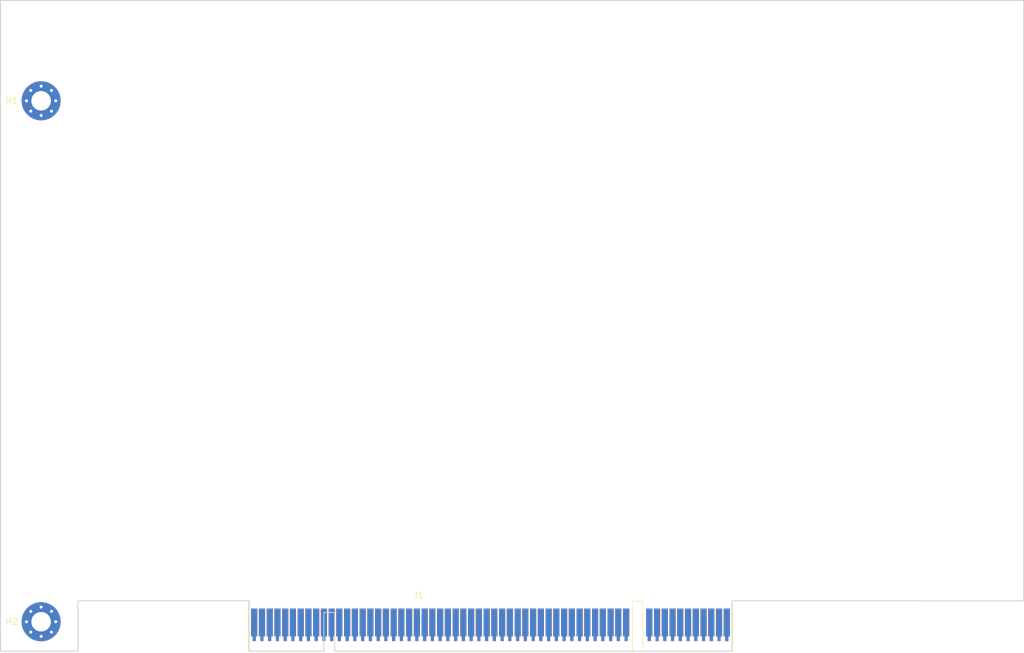
<source format=kicad_pcb>
(kicad_pcb (version 20171130) (host pcbnew "(5.1.5)-3")

  (general
    (thickness 1.6)
    (drawings 37)
    (tracks 0)
    (zones 0)
    (modules 3)
    (nets 122)
  )

  (page A4)
  (layers
    (0 Top signal)
    (1 GND power)
    (2 Power power)
    (31 Bottom signal)
    (32 B.Adhes user)
    (33 F.Adhes user)
    (34 B.Paste user)
    (35 F.Paste user)
    (36 B.SilkS user)
    (37 F.SilkS user)
    (38 B.Mask user)
    (39 F.Mask user)
    (40 Dwgs.User user)
    (41 Cmts.User user)
    (42 Eco1.User user)
    (43 Eco2.User user)
    (44 Edge.Cuts user)
    (45 Margin user)
    (46 B.CrtYd user)
    (47 F.CrtYd user)
    (48 B.Fab user)
    (49 F.Fab user)
  )

  (setup
    (last_trace_width 0.1)
    (user_trace_width 0.1)
    (user_trace_width 0.15)
    (user_trace_width 0.175)
    (user_trace_width 0.2)
    (user_trace_width 0.3)
    (user_trace_width 0.35)
    (user_trace_width 0.4)
    (user_trace_width 0.5)
    (user_trace_width 1)
    (trace_clearance 0.2)
    (zone_clearance 0.508)
    (zone_45_only no)
    (trace_min 0.1)
    (via_size 0.8)
    (via_drill 0.4)
    (via_min_size 0.45)
    (via_min_drill 0.2)
    (user_via 0.45 0.2)
    (user_via 0.5 0.25)
    (user_via 0.6 0.3)
    (user_via 0.7 0.35)
    (user_via 0.8 0.4)
    (user_via 1 0.5)
    (user_via 1.5 0.75)
    (user_via 3.5 2)
    (uvia_size 0.45)
    (uvia_drill 0.2)
    (uvias_allowed no)
    (uvia_min_size 0.2)
    (uvia_min_drill 0.1)
    (edge_width 0.05)
    (segment_width 0.2)
    (pcb_text_width 0.3)
    (pcb_text_size 1.5 1.5)
    (mod_edge_width 0.12)
    (mod_text_size 1 1)
    (mod_text_width 0.15)
    (pad_size 6.4 6.4)
    (pad_drill 3.2)
    (pad_to_mask_clearance 0.051)
    (solder_mask_min_width 0.1)
    (aux_axis_origin 0 0)
    (visible_elements 7FFFFFFF)
    (pcbplotparams
      (layerselection 0x010fc_ffffffff)
      (usegerberextensions false)
      (usegerberattributes false)
      (usegerberadvancedattributes false)
      (creategerberjobfile false)
      (excludeedgelayer true)
      (linewidth 0.100000)
      (plotframeref false)
      (viasonmask false)
      (mode 1)
      (useauxorigin false)
      (hpglpennumber 1)
      (hpglpenspeed 20)
      (hpglpendiameter 15.000000)
      (psnegative false)
      (psa4output false)
      (plotreference true)
      (plotvalue true)
      (plotinvisibletext false)
      (padsonsilk false)
      (subtractmaskfromsilk false)
      (outputformat 1)
      (mirror false)
      (drillshape 1)
      (scaleselection 1)
      (outputdirectory ""))
  )

  (net 0 "")
  (net 1 GND)
  (net 2 "Net-(J1-PadA62)")
  (net 3 "Net-(J1-PadA61)")
  (net 4 "Net-(J1-PadA60)")
  (net 5 "Net-(J1-PadA59)")
  (net 6 "Net-(J1-PadA58)")
  (net 7 "Net-(J1-PadA57)")
  (net 8 "Net-(J1-PadA56)")
  (net 9 "Net-(J1-PadA55)")
  (net 10 "Net-(J1-PadA54)")
  (net 11 "Net-(J1-PadA53)")
  (net 12 "Net-(J1-PadA52)")
  (net 13 "Net-(J1-PadA49)")
  (net 14 "Net-(J1-PadA48)")
  (net 15 "Net-(J1-PadA47)")
  (net 16 "Net-(J1-PadA46)")
  (net 17 "Net-(J1-PadA45)")
  (net 18 "Net-(J1-PadA44)")
  (net 19 "Net-(J1-PadA43)")
  (net 20 "Net-(J1-PadA42)")
  (net 21 "Net-(J1-PadA41)")
  (net 22 "Net-(J1-PadA40)")
  (net 23 "Net-(J1-PadA39)")
  (net 24 "Net-(J1-PadA38)")
  (net 25 "Net-(J1-PadA37)")
  (net 26 "Net-(J1-PadA36)")
  (net 27 "Net-(J1-PadA35)")
  (net 28 "Net-(J1-PadA34)")
  (net 29 "Net-(J1-PadA33)")
  (net 30 "Net-(J1-PadA32)")
  (net 31 "Net-(J1-PadA31)")
  (net 32 "Net-(J1-PadA30)")
  (net 33 "Net-(J1-PadA29)")
  (net 34 "Net-(J1-PadA28)")
  (net 35 "Net-(J1-PadA27)")
  (net 36 "Net-(J1-PadA26)")
  (net 37 "Net-(J1-PadA25)")
  (net 38 "Net-(J1-PadA24)")
  (net 39 "Net-(J1-PadA23)")
  (net 40 "Net-(J1-PadA22)")
  (net 41 "Net-(J1-PadA21)")
  (net 42 "Net-(J1-PadA20)")
  (net 43 "Net-(J1-PadA19)")
  (net 44 "Net-(J1-PadA18)")
  (net 45 "Net-(J1-PadA17)")
  (net 46 "Net-(J1-PadA16)")
  (net 47 "Net-(J1-PadA15)")
  (net 48 "Net-(J1-PadA14)")
  (net 49 "Net-(J1-PadA13)")
  (net 50 "Net-(J1-PadA12)")
  (net 51 "Net-(J1-PadA11)")
  (net 52 "Net-(J1-PadA10)")
  (net 53 "Net-(J1-PadA9)")
  (net 54 "Net-(J1-PadA8)")
  (net 55 "Net-(J1-PadA7)")
  (net 56 "Net-(J1-PadA6)")
  (net 57 "Net-(J1-PadA5)")
  (net 58 "Net-(J1-PadA4)")
  (net 59 "Net-(J1-PadA3)")
  (net 60 "Net-(J1-PadA2)")
  (net 61 "Net-(J1-PadA1)")
  (net 62 "Net-(J1-PadB1)")
  (net 63 "Net-(J1-PadB62)")
  (net 64 "Net-(J1-PadB61)")
  (net 65 "Net-(J1-PadB60)")
  (net 66 "Net-(J1-PadB59)")
  (net 67 "Net-(J1-PadB58)")
  (net 68 "Net-(J1-PadB57)")
  (net 69 "Net-(J1-PadB56)")
  (net 70 "Net-(J1-PadB55)")
  (net 71 "Net-(J1-PadB54)")
  (net 72 "Net-(J1-PadB53)")
  (net 73 "Net-(J1-PadB52)")
  (net 74 "Net-(J1-PadB49)")
  (net 75 "Net-(J1-PadB48)")
  (net 76 "Net-(J1-PadB47)")
  (net 77 "Net-(J1-PadB46)")
  (net 78 "Net-(J1-PadB45)")
  (net 79 "Net-(J1-PadB44)")
  (net 80 "Net-(J1-PadB43)")
  (net 81 "Net-(J1-PadB42)")
  (net 82 "Net-(J1-PadB41)")
  (net 83 "Net-(J1-PadB40)")
  (net 84 "Net-(J1-PadB39)")
  (net 85 "Net-(J1-PadB38)")
  (net 86 "Net-(J1-PadB37)")
  (net 87 "Net-(J1-PadB36)")
  (net 88 "Net-(J1-PadB35)")
  (net 89 "Net-(J1-PadB34)")
  (net 90 "Net-(J1-PadB33)")
  (net 91 "Net-(J1-PadB32)")
  (net 92 "Net-(J1-PadB31)")
  (net 93 "Net-(J1-PadB30)")
  (net 94 "Net-(J1-PadB29)")
  (net 95 "Net-(J1-PadB28)")
  (net 96 "Net-(J1-PadB27)")
  (net 97 "Net-(J1-PadB26)")
  (net 98 "Net-(J1-PadB25)")
  (net 99 "Net-(J1-PadB24)")
  (net 100 "Net-(J1-PadB23)")
  (net 101 "Net-(J1-PadB22)")
  (net 102 "Net-(J1-PadB21)")
  (net 103 "Net-(J1-PadB20)")
  (net 104 "Net-(J1-PadB19)")
  (net 105 "Net-(J1-PadB18)")
  (net 106 "Net-(J1-PadB17)")
  (net 107 "Net-(J1-PadB16)")
  (net 108 "Net-(J1-PadB15)")
  (net 109 "Net-(J1-PadB14)")
  (net 110 "Net-(J1-PadB13)")
  (net 111 "Net-(J1-PadB12)")
  (net 112 "Net-(J1-PadB11)")
  (net 113 "Net-(J1-PadB10)")
  (net 114 "Net-(J1-PadB9)")
  (net 115 "Net-(J1-PadB8)")
  (net 116 "Net-(J1-PadB7)")
  (net 117 "Net-(J1-PadB6)")
  (net 118 "Net-(J1-PadB5)")
  (net 119 "Net-(J1-PadB4)")
  (net 120 "Net-(J1-PadB3)")
  (net 121 "Net-(J1-PadB2)")

  (net_class Default "This is the default net class."
    (clearance 0.2)
    (trace_width 0.25)
    (via_dia 0.8)
    (via_drill 0.4)
    (uvia_dia 0.45)
    (uvia_drill 0.2)
    (add_net GND)
    (add_net "Net-(J1-PadA1)")
    (add_net "Net-(J1-PadA10)")
    (add_net "Net-(J1-PadA11)")
    (add_net "Net-(J1-PadA12)")
    (add_net "Net-(J1-PadA13)")
    (add_net "Net-(J1-PadA14)")
    (add_net "Net-(J1-PadA15)")
    (add_net "Net-(J1-PadA16)")
    (add_net "Net-(J1-PadA17)")
    (add_net "Net-(J1-PadA18)")
    (add_net "Net-(J1-PadA19)")
    (add_net "Net-(J1-PadA2)")
    (add_net "Net-(J1-PadA20)")
    (add_net "Net-(J1-PadA21)")
    (add_net "Net-(J1-PadA22)")
    (add_net "Net-(J1-PadA23)")
    (add_net "Net-(J1-PadA24)")
    (add_net "Net-(J1-PadA25)")
    (add_net "Net-(J1-PadA26)")
    (add_net "Net-(J1-PadA27)")
    (add_net "Net-(J1-PadA28)")
    (add_net "Net-(J1-PadA29)")
    (add_net "Net-(J1-PadA3)")
    (add_net "Net-(J1-PadA30)")
    (add_net "Net-(J1-PadA31)")
    (add_net "Net-(J1-PadA32)")
    (add_net "Net-(J1-PadA33)")
    (add_net "Net-(J1-PadA34)")
    (add_net "Net-(J1-PadA35)")
    (add_net "Net-(J1-PadA36)")
    (add_net "Net-(J1-PadA37)")
    (add_net "Net-(J1-PadA38)")
    (add_net "Net-(J1-PadA39)")
    (add_net "Net-(J1-PadA4)")
    (add_net "Net-(J1-PadA40)")
    (add_net "Net-(J1-PadA41)")
    (add_net "Net-(J1-PadA42)")
    (add_net "Net-(J1-PadA43)")
    (add_net "Net-(J1-PadA44)")
    (add_net "Net-(J1-PadA45)")
    (add_net "Net-(J1-PadA46)")
    (add_net "Net-(J1-PadA47)")
    (add_net "Net-(J1-PadA48)")
    (add_net "Net-(J1-PadA49)")
    (add_net "Net-(J1-PadA5)")
    (add_net "Net-(J1-PadA52)")
    (add_net "Net-(J1-PadA53)")
    (add_net "Net-(J1-PadA54)")
    (add_net "Net-(J1-PadA55)")
    (add_net "Net-(J1-PadA56)")
    (add_net "Net-(J1-PadA57)")
    (add_net "Net-(J1-PadA58)")
    (add_net "Net-(J1-PadA59)")
    (add_net "Net-(J1-PadA6)")
    (add_net "Net-(J1-PadA60)")
    (add_net "Net-(J1-PadA61)")
    (add_net "Net-(J1-PadA62)")
    (add_net "Net-(J1-PadA7)")
    (add_net "Net-(J1-PadA8)")
    (add_net "Net-(J1-PadA9)")
    (add_net "Net-(J1-PadB1)")
    (add_net "Net-(J1-PadB10)")
    (add_net "Net-(J1-PadB11)")
    (add_net "Net-(J1-PadB12)")
    (add_net "Net-(J1-PadB13)")
    (add_net "Net-(J1-PadB14)")
    (add_net "Net-(J1-PadB15)")
    (add_net "Net-(J1-PadB16)")
    (add_net "Net-(J1-PadB17)")
    (add_net "Net-(J1-PadB18)")
    (add_net "Net-(J1-PadB19)")
    (add_net "Net-(J1-PadB2)")
    (add_net "Net-(J1-PadB20)")
    (add_net "Net-(J1-PadB21)")
    (add_net "Net-(J1-PadB22)")
    (add_net "Net-(J1-PadB23)")
    (add_net "Net-(J1-PadB24)")
    (add_net "Net-(J1-PadB25)")
    (add_net "Net-(J1-PadB26)")
    (add_net "Net-(J1-PadB27)")
    (add_net "Net-(J1-PadB28)")
    (add_net "Net-(J1-PadB29)")
    (add_net "Net-(J1-PadB3)")
    (add_net "Net-(J1-PadB30)")
    (add_net "Net-(J1-PadB31)")
    (add_net "Net-(J1-PadB32)")
    (add_net "Net-(J1-PadB33)")
    (add_net "Net-(J1-PadB34)")
    (add_net "Net-(J1-PadB35)")
    (add_net "Net-(J1-PadB36)")
    (add_net "Net-(J1-PadB37)")
    (add_net "Net-(J1-PadB38)")
    (add_net "Net-(J1-PadB39)")
    (add_net "Net-(J1-PadB4)")
    (add_net "Net-(J1-PadB40)")
    (add_net "Net-(J1-PadB41)")
    (add_net "Net-(J1-PadB42)")
    (add_net "Net-(J1-PadB43)")
    (add_net "Net-(J1-PadB44)")
    (add_net "Net-(J1-PadB45)")
    (add_net "Net-(J1-PadB46)")
    (add_net "Net-(J1-PadB47)")
    (add_net "Net-(J1-PadB48)")
    (add_net "Net-(J1-PadB49)")
    (add_net "Net-(J1-PadB5)")
    (add_net "Net-(J1-PadB52)")
    (add_net "Net-(J1-PadB53)")
    (add_net "Net-(J1-PadB54)")
    (add_net "Net-(J1-PadB55)")
    (add_net "Net-(J1-PadB56)")
    (add_net "Net-(J1-PadB57)")
    (add_net "Net-(J1-PadB58)")
    (add_net "Net-(J1-PadB59)")
    (add_net "Net-(J1-PadB6)")
    (add_net "Net-(J1-PadB60)")
    (add_net "Net-(J1-PadB61)")
    (add_net "Net-(J1-PadB62)")
    (add_net "Net-(J1-PadB7)")
    (add_net "Net-(J1-PadB8)")
    (add_net "Net-(J1-PadB9)")
  )

  (net_class BGA ""
    (clearance 0.127)
    (trace_width 0.1)
    (via_dia 0.45)
    (via_drill 0.2)
    (uvia_dia 0.45)
    (uvia_drill 0.2)
  )

  (module Connector_PCBEdge:BUS_PCI (layer Top) (tedit 5A1AAD44) (tstamp 5F860040)
    (at 145.01 154.97)
    (descr "PCI bus Edge Connector")
    (tags "PCI bus Edge Connector")
    (path /6666DF7A/5F8A4B6D)
    (attr virtual)
    (fp_text reference J1 (at -11.81 -5.78) (layer F.SilkS)
      (effects (font (size 1 1) (thickness 0.15)))
    )
    (fp_text value Bus_PCI_32bit_5V (at 18.29 -5.78) (layer F.Fab)
      (effects (font (size 1 1) (thickness 0.15)))
    )
    (fp_line (start 39.87 3.62) (end -39.87 3.62) (layer F.CrtYd) (width 0.05))
    (fp_line (start 39.87 3.62) (end 39.87 -5.14) (layer F.CrtYd) (width 0.05))
    (fp_line (start -39.87 -5.14) (end -39.87 3.62) (layer F.CrtYd) (width 0.05))
    (fp_line (start -39.87 -5.14) (end 39.87 -5.14) (layer F.CrtYd) (width 0.05))
    (fp_line (start 39.62 3.37) (end 39.62 -4.89) (layer F.Fab) (width 0.1))
    (fp_line (start 25.02 3.37) (end 39.62 3.37) (layer F.Fab) (width 0.1))
    (fp_line (start 25.02 -4.89) (end 25.02 3.37) (layer F.Fab) (width 0.1))
    (fp_line (start 23.24 -4.89) (end 25.02 -4.89) (layer F.Fab) (width 0.1))
    (fp_line (start 23.24 3.37) (end 23.24 -4.89) (layer F.Fab) (width 0.1))
    (fp_line (start -39.62 3.37) (end 23.24 3.37) (layer F.Fab) (width 0.1))
    (fp_line (start -39.62 -4.89) (end -39.62 3.37) (layer F.Fab) (width 0.1))
    (fp_line (start -39.67 -4.88) (end -39.72 3.37) (layer F.SilkS) (width 0.12))
    (fp_line (start -40.27 -4.88) (end -39.67 -4.88) (layer F.SilkS) (width 0.12))
    (fp_line (start 24.93 -4.83) (end 24.98 3.37) (layer F.SilkS) (width 0.12))
    (fp_line (start 23.28 -4.83) (end 24.93 -4.83) (layer F.SilkS) (width 0.12))
    (fp_line (start 23.28 3.37) (end 23.28 -4.83) (layer F.SilkS) (width 0.12))
    (fp_line (start 39.68 -4.88) (end 39.98 -4.88) (layer F.SilkS) (width 0.12))
    (fp_line (start 39.68 3.37) (end 39.68 -4.88) (layer F.SilkS) (width 0.12))
    (fp_text user %R (at 0 -0.76) (layer F.Fab)
      (effects (font (size 1 1) (thickness 0.15)))
    )
    (pad A62 connect rect (at 38.73 1.33) (size 0.51 0.76) (layers Bottom B.Mask)
      (net 2 "Net-(J1-PadA62)"))
    (pad A61 connect rect (at 37.47 1.33) (size 0.51 0.76) (layers Bottom B.Mask)
      (net 3 "Net-(J1-PadA61)"))
    (pad A60 connect rect (at 36.2 1.33) (size 0.51 0.76) (layers Bottom B.Mask)
      (net 4 "Net-(J1-PadA60)"))
    (pad A59 connect rect (at 34.93 1.33) (size 0.51 0.76) (layers Bottom B.Mask)
      (net 5 "Net-(J1-PadA59)"))
    (pad A58 connect rect (at 33.66 1.33) (size 0.51 0.76) (layers Bottom B.Mask)
      (net 6 "Net-(J1-PadA58)"))
    (pad A57 connect rect (at 32.39 1.33) (size 0.51 0.76) (layers Bottom B.Mask)
      (net 7 "Net-(J1-PadA57)"))
    (pad A56 connect rect (at 31.12 1.33) (size 0.51 0.76) (layers Bottom B.Mask)
      (net 8 "Net-(J1-PadA56)"))
    (pad A55 connect rect (at 29.85 1.33) (size 0.51 0.76) (layers Bottom B.Mask)
      (net 9 "Net-(J1-PadA55)"))
    (pad A54 connect rect (at 28.58 1.33) (size 0.51 0.76) (layers Bottom B.Mask)
      (net 10 "Net-(J1-PadA54)"))
    (pad A53 connect rect (at 27.31 1.33) (size 0.51 0.76) (layers Bottom B.Mask)
      (net 11 "Net-(J1-PadA53)"))
    (pad A52 connect rect (at 26.04 1.33) (size 0.51 0.76) (layers Bottom B.Mask)
      (net 12 "Net-(J1-PadA52)"))
    (pad A49 connect rect (at 22.23 1.33) (size 0.51 0.76) (layers Bottom B.Mask)
      (net 13 "Net-(J1-PadA49)"))
    (pad A48 connect rect (at 20.96 1.33) (size 0.51 0.76) (layers Bottom B.Mask)
      (net 14 "Net-(J1-PadA48)"))
    (pad A47 connect rect (at 19.69 1.33) (size 0.51 0.76) (layers Bottom B.Mask)
      (net 15 "Net-(J1-PadA47)"))
    (pad A46 connect rect (at 18.42 1.33) (size 0.51 0.76) (layers Bottom B.Mask)
      (net 16 "Net-(J1-PadA46)"))
    (pad A45 connect rect (at 17.15 1.33) (size 0.51 0.76) (layers Bottom B.Mask)
      (net 17 "Net-(J1-PadA45)"))
    (pad A44 connect rect (at 15.88 1.33) (size 0.51 0.76) (layers Bottom B.Mask)
      (net 18 "Net-(J1-PadA44)"))
    (pad A43 connect rect (at 14.61 1.33) (size 0.51 0.76) (layers Bottom B.Mask)
      (net 19 "Net-(J1-PadA43)"))
    (pad A42 connect rect (at 13.34 1.33) (size 0.51 0.76) (layers Bottom B.Mask)
      (net 20 "Net-(J1-PadA42)"))
    (pad A41 connect rect (at 12.07 1.33) (size 0.51 0.76) (layers Bottom B.Mask)
      (net 21 "Net-(J1-PadA41)"))
    (pad A40 connect rect (at 10.8 1.33) (size 0.51 0.76) (layers Bottom B.Mask)
      (net 22 "Net-(J1-PadA40)"))
    (pad A39 connect rect (at 9.53 1.33) (size 0.51 0.76) (layers Bottom B.Mask)
      (net 23 "Net-(J1-PadA39)"))
    (pad A38 connect rect (at 8.26 1.33) (size 0.51 0.76) (layers Bottom B.Mask)
      (net 24 "Net-(J1-PadA38)"))
    (pad A37 connect rect (at 6.99 1.33) (size 0.51 0.76) (layers Bottom B.Mask)
      (net 25 "Net-(J1-PadA37)"))
    (pad A36 connect rect (at 5.72 1.33) (size 0.51 0.76) (layers Bottom B.Mask)
      (net 26 "Net-(J1-PadA36)"))
    (pad A35 connect rect (at 4.45 1.33) (size 0.51 0.76) (layers Bottom B.Mask)
      (net 27 "Net-(J1-PadA35)"))
    (pad A34 connect rect (at 3.18 1.33) (size 0.51 0.76) (layers Bottom B.Mask)
      (net 28 "Net-(J1-PadA34)"))
    (pad A33 connect rect (at 1.91 1.33) (size 0.51 0.76) (layers Bottom B.Mask)
      (net 29 "Net-(J1-PadA33)"))
    (pad A32 connect rect (at 0.64 1.33) (size 0.51 0.76) (layers Bottom B.Mask)
      (net 30 "Net-(J1-PadA32)"))
    (pad A31 connect rect (at -0.63 1.33) (size 0.51 0.76) (layers Bottom B.Mask)
      (net 31 "Net-(J1-PadA31)"))
    (pad A30 connect rect (at -1.9 1.33) (size 0.51 0.76) (layers Bottom B.Mask)
      (net 32 "Net-(J1-PadA30)"))
    (pad A29 connect rect (at -3.17 1.33) (size 0.51 0.76) (layers Bottom B.Mask)
      (net 33 "Net-(J1-PadA29)"))
    (pad A28 connect rect (at -4.44 1.33) (size 0.51 0.76) (layers Bottom B.Mask)
      (net 34 "Net-(J1-PadA28)"))
    (pad A27 connect rect (at -5.71 1.33) (size 0.51 0.76) (layers Bottom B.Mask)
      (net 35 "Net-(J1-PadA27)"))
    (pad A26 connect rect (at -6.98 1.33) (size 0.51 0.76) (layers Bottom B.Mask)
      (net 36 "Net-(J1-PadA26)"))
    (pad A25 connect rect (at -8.25 1.33) (size 0.51 0.76) (layers Bottom B.Mask)
      (net 37 "Net-(J1-PadA25)"))
    (pad A24 connect rect (at -9.52 1.33) (size 0.51 0.76) (layers Bottom B.Mask)
      (net 38 "Net-(J1-PadA24)"))
    (pad A23 connect rect (at -10.79 1.33) (size 0.51 0.76) (layers Bottom B.Mask)
      (net 39 "Net-(J1-PadA23)"))
    (pad A22 connect rect (at -12.06 1.33) (size 0.51 0.76) (layers Bottom B.Mask)
      (net 40 "Net-(J1-PadA22)"))
    (pad A21 connect rect (at -13.34 1.33) (size 0.51 0.76) (layers Bottom B.Mask)
      (net 41 "Net-(J1-PadA21)"))
    (pad A20 connect rect (at -14.6 1.33) (size 0.51 0.76) (layers Bottom B.Mask)
      (net 42 "Net-(J1-PadA20)"))
    (pad A19 connect rect (at -15.88 1.33) (size 0.51 0.76) (layers Bottom B.Mask)
      (net 43 "Net-(J1-PadA19)"))
    (pad A18 connect rect (at -17.14 1.33) (size 0.51 0.76) (layers Bottom B.Mask)
      (net 44 "Net-(J1-PadA18)"))
    (pad A17 connect rect (at -18.41 1.33) (size 0.51 0.76) (layers Bottom B.Mask)
      (net 45 "Net-(J1-PadA17)"))
    (pad A16 connect rect (at -19.68 1.33) (size 0.51 0.76) (layers Bottom B.Mask)
      (net 46 "Net-(J1-PadA16)"))
    (pad A15 connect rect (at -20.95 1.33) (size 0.51 0.76) (layers Bottom B.Mask)
      (net 47 "Net-(J1-PadA15)"))
    (pad A14 connect rect (at -22.22 1.33) (size 0.51 0.76) (layers Bottom B.Mask)
      (net 48 "Net-(J1-PadA14)"))
    (pad A13 connect rect (at -23.49 1.33) (size 0.51 0.76) (layers Bottom B.Mask)
      (net 49 "Net-(J1-PadA13)"))
    (pad A12 connect rect (at -24.77 1.33) (size 0.51 0.76) (layers Bottom B.Mask)
      (net 50 "Net-(J1-PadA12)"))
    (pad A11 connect rect (at -26.03 1.33) (size 0.51 0.76) (layers Bottom B.Mask)
      (net 51 "Net-(J1-PadA11)"))
    (pad A10 connect rect (at -27.3 1.33) (size 0.51 0.76) (layers Bottom B.Mask)
      (net 52 "Net-(J1-PadA10)"))
    (pad A9 connect rect (at -28.57 1.33) (size 0.51 0.76) (layers Bottom B.Mask)
      (net 53 "Net-(J1-PadA9)"))
    (pad A8 connect rect (at -29.84 1.33) (size 0.51 0.76) (layers Bottom B.Mask)
      (net 54 "Net-(J1-PadA8)"))
    (pad A7 connect rect (at -31.11 1.33) (size 0.51 0.76) (layers Bottom B.Mask)
      (net 55 "Net-(J1-PadA7)"))
    (pad A6 connect rect (at -32.38 1.33) (size 0.51 0.76) (layers Bottom B.Mask)
      (net 56 "Net-(J1-PadA6)"))
    (pad A5 connect rect (at -33.65 1.33) (size 0.51 0.76) (layers Bottom B.Mask)
      (net 57 "Net-(J1-PadA5)"))
    (pad A4 connect rect (at -34.92 1.33) (size 0.51 0.76) (layers Bottom B.Mask)
      (net 58 "Net-(J1-PadA4)"))
    (pad A3 connect rect (at -36.2 1.33) (size 0.51 0.76) (layers Bottom B.Mask)
      (net 59 "Net-(J1-PadA3)"))
    (pad A2 connect rect (at -37.46 1.33) (size 0.51 0.76) (layers Bottom B.Mask)
      (net 60 "Net-(J1-PadA2)"))
    (pad A1 connect rect (at -38.73 1.33) (size 0.51 0.76) (layers Bottom B.Mask)
      (net 61 "Net-(J1-PadA1)"))
    (pad B1 connect rect (at -38.73 1.33) (size 0.51 0.76) (layers Top F.Mask)
      (net 62 "Net-(J1-PadB1)"))
    (pad B62 connect rect (at 38.73 1.33) (size 0.51 0.76) (layers Top F.Mask)
      (net 63 "Net-(J1-PadB62)"))
    (pad B61 connect rect (at 37.47 1.33) (size 0.51 0.76) (layers Top F.Mask)
      (net 64 "Net-(J1-PadB61)"))
    (pad B60 connect rect (at 36.2 1.33) (size 0.51 0.76) (layers Top F.Mask)
      (net 65 "Net-(J1-PadB60)"))
    (pad B59 connect rect (at 34.93 1.33) (size 0.51 0.76) (layers Top F.Mask)
      (net 66 "Net-(J1-PadB59)"))
    (pad B58 connect rect (at 33.66 1.33) (size 0.51 0.76) (layers Top F.Mask)
      (net 67 "Net-(J1-PadB58)"))
    (pad B57 connect rect (at 32.39 1.33) (size 0.51 0.76) (layers Top F.Mask)
      (net 68 "Net-(J1-PadB57)"))
    (pad B56 connect rect (at 31.12 1.33) (size 0.51 0.76) (layers Top F.Mask)
      (net 69 "Net-(J1-PadB56)"))
    (pad B55 connect rect (at 29.85 1.33) (size 0.51 0.76) (layers Top F.Mask)
      (net 70 "Net-(J1-PadB55)"))
    (pad B54 connect rect (at 28.58 1.33) (size 0.51 0.76) (layers Top F.Mask)
      (net 71 "Net-(J1-PadB54)"))
    (pad B53 connect rect (at 27.31 1.33) (size 0.51 0.76) (layers Top F.Mask)
      (net 72 "Net-(J1-PadB53)"))
    (pad B52 connect rect (at 26.04 1.33) (size 0.51 0.76) (layers Top F.Mask)
      (net 73 "Net-(J1-PadB52)"))
    (pad B49 connect rect (at 22.23 1.33) (size 0.51 0.76) (layers Top F.Mask)
      (net 74 "Net-(J1-PadB49)"))
    (pad B48 connect rect (at 20.96 1.33) (size 0.51 0.76) (layers Top F.Mask)
      (net 75 "Net-(J1-PadB48)"))
    (pad B47 connect rect (at 19.69 1.33) (size 0.51 0.76) (layers Top F.Mask)
      (net 76 "Net-(J1-PadB47)"))
    (pad B46 connect rect (at 18.42 1.33) (size 0.51 0.76) (layers Top F.Mask)
      (net 77 "Net-(J1-PadB46)"))
    (pad B45 connect rect (at 17.15 1.33) (size 0.51 0.76) (layers Top F.Mask)
      (net 78 "Net-(J1-PadB45)"))
    (pad B44 connect rect (at 15.88 1.33) (size 0.51 0.76) (layers Top F.Mask)
      (net 79 "Net-(J1-PadB44)"))
    (pad B43 connect rect (at 14.61 1.33) (size 0.51 0.76) (layers Top F.Mask)
      (net 80 "Net-(J1-PadB43)"))
    (pad B42 connect rect (at 13.34 1.33) (size 0.51 0.76) (layers Top F.Mask)
      (net 81 "Net-(J1-PadB42)"))
    (pad B41 connect rect (at 12.07 1.33) (size 0.51 0.76) (layers Top F.Mask)
      (net 82 "Net-(J1-PadB41)"))
    (pad B40 connect rect (at 10.8 1.33) (size 0.51 0.76) (layers Top F.Mask)
      (net 83 "Net-(J1-PadB40)"))
    (pad B39 connect rect (at 9.53 1.33) (size 0.51 0.76) (layers Top F.Mask)
      (net 84 "Net-(J1-PadB39)"))
    (pad B38 connect rect (at 8.26 1.33) (size 0.51 0.76) (layers Top F.Mask)
      (net 85 "Net-(J1-PadB38)"))
    (pad B37 connect rect (at 6.99 1.33) (size 0.51 0.76) (layers Top F.Mask)
      (net 86 "Net-(J1-PadB37)"))
    (pad B36 connect rect (at 5.72 1.33) (size 0.51 0.76) (layers Top F.Mask)
      (net 87 "Net-(J1-PadB36)"))
    (pad B35 connect rect (at 4.45 1.33) (size 0.51 0.76) (layers Top F.Mask)
      (net 88 "Net-(J1-PadB35)"))
    (pad B34 connect rect (at 3.18 1.33) (size 0.51 0.76) (layers Top F.Mask)
      (net 89 "Net-(J1-PadB34)"))
    (pad B33 connect rect (at 1.91 1.33) (size 0.51 0.76) (layers Top F.Mask)
      (net 90 "Net-(J1-PadB33)"))
    (pad B32 connect rect (at 0.64 1.33) (size 0.51 0.76) (layers Top F.Mask)
      (net 91 "Net-(J1-PadB32)"))
    (pad B31 connect rect (at -0.63 1.33) (size 0.51 0.76) (layers Top F.Mask)
      (net 92 "Net-(J1-PadB31)"))
    (pad B30 connect rect (at -1.9 1.33) (size 0.51 0.76) (layers Top F.Mask)
      (net 93 "Net-(J1-PadB30)"))
    (pad B29 connect rect (at -3.17 1.33) (size 0.51 0.76) (layers Top F.Mask)
      (net 94 "Net-(J1-PadB29)"))
    (pad B28 connect rect (at -4.44 1.33) (size 0.51 0.76) (layers Top F.Mask)
      (net 95 "Net-(J1-PadB28)"))
    (pad B27 connect rect (at -5.71 1.33) (size 0.51 0.76) (layers Top F.Mask)
      (net 96 "Net-(J1-PadB27)"))
    (pad B26 connect rect (at -6.98 1.33) (size 0.51 0.76) (layers Top F.Mask)
      (net 97 "Net-(J1-PadB26)"))
    (pad B25 connect rect (at -8.25 1.33) (size 0.51 0.76) (layers Top F.Mask)
      (net 98 "Net-(J1-PadB25)"))
    (pad B24 connect rect (at -9.52 1.33) (size 0.51 0.76) (layers Top F.Mask)
      (net 99 "Net-(J1-PadB24)"))
    (pad B23 connect rect (at -10.79 1.33) (size 0.51 0.76) (layers Top F.Mask)
      (net 100 "Net-(J1-PadB23)"))
    (pad B22 connect rect (at -12.06 1.33) (size 0.51 0.76) (layers Top F.Mask)
      (net 101 "Net-(J1-PadB22)"))
    (pad B21 connect rect (at -13.34 1.33) (size 0.51 0.76) (layers Top F.Mask)
      (net 102 "Net-(J1-PadB21)"))
    (pad B20 connect rect (at -14.6 1.33) (size 0.51 0.76) (layers Top F.Mask)
      (net 103 "Net-(J1-PadB20)"))
    (pad B19 connect rect (at -15.88 1.33) (size 0.51 0.76) (layers Top F.Mask)
      (net 104 "Net-(J1-PadB19)"))
    (pad B18 connect rect (at -17.14 1.33) (size 0.51 0.76) (layers Top F.Mask)
      (net 105 "Net-(J1-PadB18)"))
    (pad B17 connect rect (at -18.41 1.33) (size 0.51 0.76) (layers Top F.Mask)
      (net 106 "Net-(J1-PadB17)"))
    (pad B16 connect rect (at -19.68 1.33) (size 0.51 0.76) (layers Top F.Mask)
      (net 107 "Net-(J1-PadB16)"))
    (pad B15 connect rect (at -20.95 1.33) (size 0.51 0.76) (layers Top F.Mask)
      (net 108 "Net-(J1-PadB15)"))
    (pad B14 connect rect (at -22.22 1.33) (size 0.51 0.76) (layers Top F.Mask)
      (net 109 "Net-(J1-PadB14)"))
    (pad B13 connect rect (at -23.49 1.33) (size 0.51 0.76) (layers Top F.Mask)
      (net 110 "Net-(J1-PadB13)"))
    (pad B12 connect rect (at -24.77 1.33) (size 0.51 0.76) (layers Top F.Mask)
      (net 111 "Net-(J1-PadB12)"))
    (pad B11 connect rect (at -26.03 1.33) (size 0.51 0.76) (layers Top F.Mask)
      (net 112 "Net-(J1-PadB11)"))
    (pad B10 connect rect (at -27.3 1.33) (size 0.51 0.76) (layers Top F.Mask)
      (net 113 "Net-(J1-PadB10)"))
    (pad B9 connect rect (at -28.57 1.33) (size 0.51 0.76) (layers Top F.Mask)
      (net 114 "Net-(J1-PadB9)"))
    (pad B8 connect rect (at -29.84 1.33) (size 0.51 0.76) (layers Top F.Mask)
      (net 115 "Net-(J1-PadB8)"))
    (pad B7 connect rect (at -31.11 1.33) (size 0.51 0.76) (layers Top F.Mask)
      (net 116 "Net-(J1-PadB7)"))
    (pad B6 connect rect (at -32.38 1.33) (size 0.51 0.76) (layers Top F.Mask)
      (net 117 "Net-(J1-PadB6)"))
    (pad B5 connect rect (at -33.65 1.33) (size 0.51 0.76) (layers Top F.Mask)
      (net 118 "Net-(J1-PadB5)"))
    (pad B4 connect rect (at -34.92 1.33) (size 0.51 0.76) (layers Top F.Mask)
      (net 119 "Net-(J1-PadB4)"))
    (pad B3 connect rect (at -36.2 1.33) (size 0.51 0.76) (layers Top F.Mask)
      (net 120 "Net-(J1-PadB3)"))
    (pad B2 connect rect (at -37.46 1.33) (size 0.51 0.76) (layers Top F.Mask)
      (net 121 "Net-(J1-PadB2)"))
    (pad A62 connect rect (at 38.73 -1.33) (size 1.02 4.57) (layers Bottom B.Mask)
      (net 2 "Net-(J1-PadA62)"))
    (pad A61 connect rect (at 37.47 -1.33) (size 1.02 4.57) (layers Bottom B.Mask)
      (net 3 "Net-(J1-PadA61)"))
    (pad A60 connect rect (at 36.2 -1.33) (size 1.02 4.57) (layers Bottom B.Mask)
      (net 4 "Net-(J1-PadA60)"))
    (pad A59 connect rect (at 34.93 -1.33) (size 1.02 4.57) (layers Bottom B.Mask)
      (net 5 "Net-(J1-PadA59)"))
    (pad A58 connect rect (at 33.66 -1.33) (size 1.02 4.57) (layers Bottom B.Mask)
      (net 6 "Net-(J1-PadA58)"))
    (pad A57 connect rect (at 32.39 -1.33) (size 1.02 4.57) (layers Bottom B.Mask)
      (net 7 "Net-(J1-PadA57)"))
    (pad A56 connect rect (at 31.12 -1.33) (size 1.02 4.57) (layers Bottom B.Mask)
      (net 8 "Net-(J1-PadA56)"))
    (pad A55 connect rect (at 29.85 -1.33) (size 1.02 4.57) (layers Bottom B.Mask)
      (net 9 "Net-(J1-PadA55)"))
    (pad A54 connect rect (at 28.58 -1.33) (size 1.02 4.57) (layers Bottom B.Mask)
      (net 10 "Net-(J1-PadA54)"))
    (pad A53 connect rect (at 27.31 -1.33) (size 1.02 4.57) (layers Bottom B.Mask)
      (net 11 "Net-(J1-PadA53)"))
    (pad A52 connect rect (at 26.04 -1.33) (size 1.02 4.57) (layers Bottom B.Mask)
      (net 12 "Net-(J1-PadA52)"))
    (pad A49 connect rect (at 22.23 -1.33) (size 1.02 4.57) (layers Bottom B.Mask)
      (net 13 "Net-(J1-PadA49)"))
    (pad A48 connect rect (at 20.96 -1.33) (size 1.02 4.57) (layers Bottom B.Mask)
      (net 14 "Net-(J1-PadA48)"))
    (pad A47 connect rect (at 19.69 -1.33) (size 1.02 4.57) (layers Bottom B.Mask)
      (net 15 "Net-(J1-PadA47)"))
    (pad A46 connect rect (at 18.42 -1.33) (size 1.02 4.57) (layers Bottom B.Mask)
      (net 16 "Net-(J1-PadA46)"))
    (pad A45 connect rect (at 17.15 -1.33) (size 1.02 4.57) (layers Bottom B.Mask)
      (net 17 "Net-(J1-PadA45)"))
    (pad A44 connect rect (at 15.88 -1.33) (size 1.02 4.57) (layers Bottom B.Mask)
      (net 18 "Net-(J1-PadA44)"))
    (pad A43 connect rect (at 14.61 -1.33) (size 1.02 4.57) (layers Bottom B.Mask)
      (net 19 "Net-(J1-PadA43)"))
    (pad A42 connect rect (at 13.34 -1.33) (size 1.02 4.57) (layers Bottom B.Mask)
      (net 20 "Net-(J1-PadA42)"))
    (pad A41 connect rect (at 12.07 -1.33) (size 1.02 4.57) (layers Bottom B.Mask)
      (net 21 "Net-(J1-PadA41)"))
    (pad A40 connect rect (at 10.8 -1.33) (size 1.02 4.57) (layers Bottom B.Mask)
      (net 22 "Net-(J1-PadA40)"))
    (pad A39 connect rect (at 9.53 -1.33) (size 1.02 4.57) (layers Bottom B.Mask)
      (net 23 "Net-(J1-PadA39)"))
    (pad A38 connect rect (at 8.26 -1.33) (size 1.02 4.57) (layers Bottom B.Mask)
      (net 24 "Net-(J1-PadA38)"))
    (pad A37 connect rect (at 6.99 -1.33) (size 1.02 4.57) (layers Bottom B.Mask)
      (net 25 "Net-(J1-PadA37)"))
    (pad A36 connect rect (at 5.72 -1.33) (size 1.02 4.57) (layers Bottom B.Mask)
      (net 26 "Net-(J1-PadA36)"))
    (pad A35 connect rect (at 4.45 -1.33) (size 1.02 4.57) (layers Bottom B.Mask)
      (net 27 "Net-(J1-PadA35)"))
    (pad A34 connect rect (at 3.18 -1.33) (size 1.02 4.57) (layers Bottom B.Mask)
      (net 28 "Net-(J1-PadA34)"))
    (pad A33 connect rect (at 1.91 -1.33) (size 1.02 4.57) (layers Bottom B.Mask)
      (net 29 "Net-(J1-PadA33)"))
    (pad A32 connect rect (at 0.64 -1.33) (size 1.02 4.57) (layers Bottom B.Mask)
      (net 30 "Net-(J1-PadA32)"))
    (pad A31 connect rect (at -0.63 -1.33) (size 1.02 4.57) (layers Bottom B.Mask)
      (net 31 "Net-(J1-PadA31)"))
    (pad A30 connect rect (at -1.9 -1.33) (size 1.02 4.57) (layers Bottom B.Mask)
      (net 32 "Net-(J1-PadA30)"))
    (pad A29 connect rect (at -3.17 -1.33) (size 1.02 4.57) (layers Bottom B.Mask)
      (net 33 "Net-(J1-PadA29)"))
    (pad A28 connect rect (at -4.44 -1.33) (size 1.02 4.57) (layers Bottom B.Mask)
      (net 34 "Net-(J1-PadA28)"))
    (pad A27 connect rect (at -5.71 -1.33) (size 1.02 4.57) (layers Bottom B.Mask)
      (net 35 "Net-(J1-PadA27)"))
    (pad A26 connect rect (at -6.98 -1.33) (size 1.02 4.57) (layers Bottom B.Mask)
      (net 36 "Net-(J1-PadA26)"))
    (pad A25 connect rect (at -8.25 -1.33) (size 1.02 4.57) (layers Bottom B.Mask)
      (net 37 "Net-(J1-PadA25)"))
    (pad A24 connect rect (at -9.52 -1.33) (size 1.02 4.57) (layers Bottom B.Mask)
      (net 38 "Net-(J1-PadA24)"))
    (pad A23 connect rect (at -10.79 -1.33) (size 1.02 4.57) (layers Bottom B.Mask)
      (net 39 "Net-(J1-PadA23)"))
    (pad A22 connect rect (at -12.06 -1.33) (size 1.02 4.57) (layers Bottom B.Mask)
      (net 40 "Net-(J1-PadA22)"))
    (pad A21 connect rect (at -13.34 -1.33) (size 1.02 4.57) (layers Bottom B.Mask)
      (net 41 "Net-(J1-PadA21)"))
    (pad A20 connect rect (at -14.6 -1.33) (size 1.02 4.57) (layers Bottom B.Mask)
      (net 42 "Net-(J1-PadA20)"))
    (pad A19 connect rect (at -15.88 -1.33) (size 1.02 4.57) (layers Bottom B.Mask)
      (net 43 "Net-(J1-PadA19)"))
    (pad A18 connect rect (at -17.14 -1.33) (size 1.02 4.57) (layers Bottom B.Mask)
      (net 44 "Net-(J1-PadA18)"))
    (pad A17 connect rect (at -18.41 -1.33) (size 1.02 4.57) (layers Bottom B.Mask)
      (net 45 "Net-(J1-PadA17)"))
    (pad A16 connect rect (at -19.68 -1.33) (size 1.02 4.57) (layers Bottom B.Mask)
      (net 46 "Net-(J1-PadA16)"))
    (pad A15 connect rect (at -20.95 -1.33) (size 1.02 4.57) (layers Bottom B.Mask)
      (net 47 "Net-(J1-PadA15)"))
    (pad A14 connect rect (at -22.22 -1.33) (size 1.02 4.57) (layers Bottom B.Mask)
      (net 48 "Net-(J1-PadA14)"))
    (pad A13 connect rect (at -23.49 -1.33) (size 1.02 4.57) (layers Bottom B.Mask)
      (net 49 "Net-(J1-PadA13)"))
    (pad A12 connect rect (at -24.77 -1.33) (size 1.02 4.57) (layers Bottom B.Mask)
      (net 50 "Net-(J1-PadA12)"))
    (pad A11 connect rect (at -26.03 -1.33) (size 1.02 4.57) (layers Bottom B.Mask)
      (net 51 "Net-(J1-PadA11)"))
    (pad A10 connect rect (at -27.3 -1.33) (size 1.02 4.57) (layers Bottom B.Mask)
      (net 52 "Net-(J1-PadA10)"))
    (pad A9 connect rect (at -28.57 -1.33) (size 1.02 4.57) (layers Bottom B.Mask)
      (net 53 "Net-(J1-PadA9)"))
    (pad A8 connect rect (at -29.84 -1.33) (size 1.02 4.57) (layers Bottom B.Mask)
      (net 54 "Net-(J1-PadA8)"))
    (pad A7 connect rect (at -31.11 -1.33) (size 1.02 4.57) (layers Bottom B.Mask)
      (net 55 "Net-(J1-PadA7)"))
    (pad A6 connect rect (at -32.38 -1.33) (size 1.02 4.57) (layers Bottom B.Mask)
      (net 56 "Net-(J1-PadA6)"))
    (pad A5 connect rect (at -33.65 -1.33) (size 1.02 4.57) (layers Bottom B.Mask)
      (net 57 "Net-(J1-PadA5)"))
    (pad A4 connect rect (at -34.92 -1.33) (size 1.02 4.57) (layers Bottom B.Mask)
      (net 58 "Net-(J1-PadA4)"))
    (pad A3 connect rect (at -36.2 -1.33) (size 1.02 4.57) (layers Bottom B.Mask)
      (net 59 "Net-(J1-PadA3)"))
    (pad A2 connect rect (at -37.46 -1.33) (size 1.02 4.57) (layers Bottom B.Mask)
      (net 60 "Net-(J1-PadA2)"))
    (pad A1 connect rect (at -38.73 -1.33) (size 1.02 4.57) (layers Bottom B.Mask)
      (net 61 "Net-(J1-PadA1)"))
    (pad B62 connect rect (at 38.73 -1.33) (size 1.02 4.57) (layers Top F.Mask)
      (net 63 "Net-(J1-PadB62)"))
    (pad B61 connect rect (at 37.47 -1.33) (size 1.02 4.57) (layers Top F.Mask)
      (net 64 "Net-(J1-PadB61)"))
    (pad B60 connect rect (at 36.2 -1.33) (size 1.02 4.57) (layers Top F.Mask)
      (net 65 "Net-(J1-PadB60)"))
    (pad B59 connect rect (at 34.93 -1.33) (size 1.02 4.57) (layers Top F.Mask)
      (net 66 "Net-(J1-PadB59)"))
    (pad B58 connect rect (at 33.66 -1.33) (size 1.02 4.57) (layers Top F.Mask)
      (net 67 "Net-(J1-PadB58)"))
    (pad B57 connect rect (at 32.39 -1.33) (size 1.02 4.57) (layers Top F.Mask)
      (net 68 "Net-(J1-PadB57)"))
    (pad B56 connect rect (at 31.12 -1.33) (size 1.02 4.57) (layers Top F.Mask)
      (net 69 "Net-(J1-PadB56)"))
    (pad B55 connect rect (at 29.85 -1.33) (size 1.02 4.57) (layers Top F.Mask)
      (net 70 "Net-(J1-PadB55)"))
    (pad B54 connect rect (at 28.58 -1.33) (size 1.02 4.57) (layers Top F.Mask)
      (net 71 "Net-(J1-PadB54)"))
    (pad B53 connect rect (at 27.31 -1.33) (size 1.02 4.57) (layers Top F.Mask)
      (net 72 "Net-(J1-PadB53)"))
    (pad B52 connect rect (at 26.04 -1.33) (size 1.02 4.57) (layers Top F.Mask)
      (net 73 "Net-(J1-PadB52)"))
    (pad B49 connect rect (at 22.23 -1.33) (size 1.02 4.57) (layers Top F.Mask)
      (net 74 "Net-(J1-PadB49)"))
    (pad B48 connect rect (at 20.96 -1.33) (size 1.02 4.57) (layers Top F.Mask)
      (net 75 "Net-(J1-PadB48)"))
    (pad B47 connect rect (at 19.69 -1.33) (size 1.02 4.57) (layers Top F.Mask)
      (net 76 "Net-(J1-PadB47)"))
    (pad B46 connect rect (at 18.42 -1.33) (size 1.02 4.57) (layers Top F.Mask)
      (net 77 "Net-(J1-PadB46)"))
    (pad B45 connect rect (at 17.15 -1.33) (size 1.02 4.57) (layers Top F.Mask)
      (net 78 "Net-(J1-PadB45)"))
    (pad B44 connect rect (at 15.88 -1.33) (size 1.02 4.57) (layers Top F.Mask)
      (net 79 "Net-(J1-PadB44)"))
    (pad B43 connect rect (at 14.61 -1.33) (size 1.02 4.57) (layers Top F.Mask)
      (net 80 "Net-(J1-PadB43)"))
    (pad B42 connect rect (at 13.34 -1.33) (size 1.02 4.57) (layers Top F.Mask)
      (net 81 "Net-(J1-PadB42)"))
    (pad B41 connect rect (at 12.07 -1.33) (size 1.02 4.57) (layers Top F.Mask)
      (net 82 "Net-(J1-PadB41)"))
    (pad B40 connect rect (at 10.8 -1.33) (size 1.02 4.57) (layers Top F.Mask)
      (net 83 "Net-(J1-PadB40)"))
    (pad B39 connect rect (at 9.53 -1.33) (size 1.02 4.57) (layers Top F.Mask)
      (net 84 "Net-(J1-PadB39)"))
    (pad B38 connect rect (at 8.26 -1.33) (size 1.02 4.57) (layers Top F.Mask)
      (net 85 "Net-(J1-PadB38)"))
    (pad B37 connect rect (at 6.99 -1.33) (size 1.02 4.57) (layers Top F.Mask)
      (net 86 "Net-(J1-PadB37)"))
    (pad B36 connect rect (at 5.72 -1.33) (size 1.02 4.57) (layers Top F.Mask)
      (net 87 "Net-(J1-PadB36)"))
    (pad B35 connect rect (at 4.45 -1.33) (size 1.02 4.57) (layers Top F.Mask)
      (net 88 "Net-(J1-PadB35)"))
    (pad B34 connect rect (at 3.18 -1.33) (size 1.02 4.57) (layers Top F.Mask)
      (net 89 "Net-(J1-PadB34)"))
    (pad B33 connect rect (at 1.91 -1.33) (size 1.02 4.57) (layers Top F.Mask)
      (net 90 "Net-(J1-PadB33)"))
    (pad B32 connect rect (at 0.64 -1.33) (size 1.02 4.57) (layers Top F.Mask)
      (net 91 "Net-(J1-PadB32)"))
    (pad B31 connect rect (at -0.63 -1.33) (size 1.02 4.57) (layers Top F.Mask)
      (net 92 "Net-(J1-PadB31)"))
    (pad B30 connect rect (at -1.9 -1.33) (size 1.02 4.57) (layers Top F.Mask)
      (net 93 "Net-(J1-PadB30)"))
    (pad B29 connect rect (at -3.17 -1.33) (size 1.02 4.57) (layers Top F.Mask)
      (net 94 "Net-(J1-PadB29)"))
    (pad B28 connect rect (at -4.44 -1.33) (size 1.02 4.57) (layers Top F.Mask)
      (net 95 "Net-(J1-PadB28)"))
    (pad B27 connect rect (at -5.71 -1.33) (size 1.02 4.57) (layers Top F.Mask)
      (net 96 "Net-(J1-PadB27)"))
    (pad B26 connect rect (at -6.98 -1.33) (size 1.02 4.57) (layers Top F.Mask)
      (net 97 "Net-(J1-PadB26)"))
    (pad B25 connect rect (at -8.25 -1.33) (size 1.02 4.57) (layers Top F.Mask)
      (net 98 "Net-(J1-PadB25)"))
    (pad B24 connect rect (at -9.52 -1.33) (size 1.02 4.57) (layers Top F.Mask)
      (net 99 "Net-(J1-PadB24)"))
    (pad B23 connect rect (at -10.79 -1.33) (size 1.02 4.57) (layers Top F.Mask)
      (net 100 "Net-(J1-PadB23)"))
    (pad B22 connect rect (at -12.06 -1.33) (size 1.02 4.57) (layers Top F.Mask)
      (net 101 "Net-(J1-PadB22)"))
    (pad B21 connect rect (at -13.34 -1.33) (size 1.02 4.57) (layers Top F.Mask)
      (net 102 "Net-(J1-PadB21)"))
    (pad B20 connect rect (at -14.6 -1.33) (size 1.02 4.57) (layers Top F.Mask)
      (net 103 "Net-(J1-PadB20)"))
    (pad B19 connect rect (at -15.88 -1.33) (size 1.02 4.57) (layers Top F.Mask)
      (net 104 "Net-(J1-PadB19)"))
    (pad B18 connect rect (at -17.14 -1.33) (size 1.02 4.57) (layers Top F.Mask)
      (net 105 "Net-(J1-PadB18)"))
    (pad B17 connect rect (at -18.41 -1.33) (size 1.02 4.57) (layers Top F.Mask)
      (net 106 "Net-(J1-PadB17)"))
    (pad B16 connect rect (at -19.68 -1.33) (size 1.02 4.57) (layers Top F.Mask)
      (net 107 "Net-(J1-PadB16)"))
    (pad B15 connect rect (at -20.95 -1.33) (size 1.02 4.57) (layers Top F.Mask)
      (net 108 "Net-(J1-PadB15)"))
    (pad B14 connect rect (at -22.22 -1.33) (size 1.02 4.57) (layers Top F.Mask)
      (net 109 "Net-(J1-PadB14)"))
    (pad B13 connect rect (at -23.49 -1.33) (size 1.02 4.57) (layers Top F.Mask)
      (net 110 "Net-(J1-PadB13)"))
    (pad B12 connect rect (at -24.77 -1.33) (size 1.02 4.57) (layers Top F.Mask)
      (net 111 "Net-(J1-PadB12)"))
    (pad B11 connect rect (at -26.03 -1.33) (size 1.02 4.57) (layers Top F.Mask)
      (net 112 "Net-(J1-PadB11)"))
    (pad B10 connect rect (at -27.3 -1.33) (size 1.02 4.57) (layers Top F.Mask)
      (net 113 "Net-(J1-PadB10)"))
    (pad B9 connect rect (at -28.57 -1.33) (size 1.02 4.57) (layers Top F.Mask)
      (net 114 "Net-(J1-PadB9)"))
    (pad B8 connect rect (at -29.84 -1.33) (size 1.02 4.57) (layers Top F.Mask)
      (net 115 "Net-(J1-PadB8)"))
    (pad B7 connect rect (at -31.11 -1.33) (size 1.02 4.57) (layers Top F.Mask)
      (net 116 "Net-(J1-PadB7)"))
    (pad B6 connect rect (at -32.38 -1.33) (size 1.02 4.57) (layers Top F.Mask)
      (net 117 "Net-(J1-PadB6)"))
    (pad B5 connect rect (at -33.65 -1.33) (size 1.02 4.57) (layers Top F.Mask)
      (net 118 "Net-(J1-PadB5)"))
    (pad B4 connect rect (at -34.92 -1.33) (size 1.02 4.57) (layers Top F.Mask)
      (net 119 "Net-(J1-PadB4)"))
    (pad B3 connect rect (at -36.2 -1.33) (size 1.02 4.57) (layers Top F.Mask)
      (net 120 "Net-(J1-PadB3)"))
    (pad B2 connect rect (at -37.46 -1.33) (size 1.02 4.57) (layers Top F.Mask)
      (net 121 "Net-(J1-PadB2)"))
    (pad B1 connect rect (at -38.73 -1.33) (size 1.02 4.57) (layers Top F.Mask)
      (net 62 "Net-(J1-PadB1)"))
  )

  (module MountingHole:MountingHole_3.2mm_M3_Pad_Via (layer Top) (tedit 56DDBCCA) (tstamp 5F84BBA0)
    (at 71.3475 153.51)
    (descr "Mounting Hole 3.2mm, M3")
    (tags "mounting hole 3.2mm m3")
    (path /61D70614)
    (attr virtual)
    (fp_text reference H2 (at -4.826 0) (layer F.SilkS)
      (effects (font (size 1 1) (thickness 0.15)))
    )
    (fp_text value MountingHole_Pad (at 0.3175 -4.695) (layer F.Fab)
      (effects (font (size 1 1) (thickness 0.15)))
    )
    (fp_circle (center 0 0) (end 3.45 0) (layer F.CrtYd) (width 0.05))
    (fp_circle (center 0 0) (end 3.2 0) (layer Cmts.User) (width 0.15))
    (fp_text user %R (at 0.3 0) (layer F.Fab)
      (effects (font (size 1 1) (thickness 0.15)))
    )
    (pad 1 thru_hole circle (at 1.697056 -1.697056) (size 0.8 0.8) (drill 0.5) (layers *.Cu *.Mask)
      (net 1 GND))
    (pad 1 thru_hole circle (at 0 -2.4) (size 0.8 0.8) (drill 0.5) (layers *.Cu *.Mask)
      (net 1 GND))
    (pad 1 thru_hole circle (at -1.697056 -1.697056) (size 0.8 0.8) (drill 0.5) (layers *.Cu *.Mask)
      (net 1 GND))
    (pad 1 thru_hole circle (at -2.4 0) (size 0.8 0.8) (drill 0.5) (layers *.Cu *.Mask)
      (net 1 GND))
    (pad 1 thru_hole circle (at -1.697056 1.697056) (size 0.8 0.8) (drill 0.5) (layers *.Cu *.Mask)
      (net 1 GND))
    (pad 1 thru_hole circle (at 0 2.4) (size 0.8 0.8) (drill 0.5) (layers *.Cu *.Mask)
      (net 1 GND))
    (pad 1 thru_hole circle (at 1.697056 1.697056) (size 0.8 0.8) (drill 0.5) (layers *.Cu *.Mask)
      (net 1 GND))
    (pad 1 thru_hole circle (at 2.4 0) (size 0.8 0.8) (drill 0.5) (layers *.Cu *.Mask)
      (net 1 GND))
    (pad 1 thru_hole circle (at 0 0) (size 6.4 6.4) (drill 3.2) (layers *.Cu *.Mask)
      (net 1 GND))
  )

  (module MountingHole:MountingHole_3.2mm_M3_Pad_Via (layer Top) (tedit 56DDBCCA) (tstamp 5F84B9C6)
    (at 71.3475 68.11)
    (descr "Mounting Hole 3.2mm, M3")
    (tags "mounting hole 3.2mm m3")
    (path /61D6F266)
    (attr virtual)
    (fp_text reference H1 (at -4.826 0) (layer F.SilkS)
      (effects (font (size 1 1) (thickness 0.15)))
    )
    (fp_text value MountingHole_Pad (at 0 4.2) (layer F.Fab)
      (effects (font (size 0.8 0.8) (thickness 0.12)))
    )
    (fp_text user %R (at 0.3 0) (layer F.Fab)
      (effects (font (size 1 1) (thickness 0.15)))
    )
    (fp_circle (center 0 0) (end 3.2 0) (layer Cmts.User) (width 0.15))
    (fp_circle (center 0 0) (end 3.45 0) (layer F.CrtYd) (width 0.05))
    (pad 1 thru_hole circle (at 0 0) (size 6.4 6.4) (drill 3.2) (layers *.Cu *.Mask)
      (net 1 GND))
    (pad 1 thru_hole circle (at 2.4 0) (size 0.8 0.8) (drill 0.5) (layers *.Cu *.Mask)
      (net 1 GND))
    (pad 1 thru_hole circle (at 1.697056 1.697056) (size 0.8 0.8) (drill 0.5) (layers *.Cu *.Mask)
      (net 1 GND))
    (pad 1 thru_hole circle (at 0 2.4) (size 0.8 0.8) (drill 0.5) (layers *.Cu *.Mask)
      (net 1 GND))
    (pad 1 thru_hole circle (at -1.697056 1.697056) (size 0.8 0.8) (drill 0.5) (layers *.Cu *.Mask)
      (net 1 GND))
    (pad 1 thru_hole circle (at -2.4 0) (size 0.8 0.8) (drill 0.5) (layers *.Cu *.Mask)
      (net 1 GND))
    (pad 1 thru_hole circle (at -1.697056 -1.697056) (size 0.8 0.8) (drill 0.5) (layers *.Cu *.Mask)
      (net 1 GND))
    (pad 1 thru_hole circle (at 0 -2.4) (size 0.8 0.8) (drill 0.5) (layers *.Cu *.Mask)
      (net 1 GND))
    (pad 1 thru_hole circle (at 1.697056 -1.697056) (size 0.8 0.8) (drill 0.5) (layers *.Cu *.Mask)
      (net 1 GND))
  )

  (gr_line (start 69.76 146.275) (end 64.68 146.275) (layer Eco1.User) (width 0.15))
  (gr_text "The B-side of the card is the top-side.\nThe A-side of the card is the BOTTOM-side." (at 132 144) (layer Dwgs.User) (tstamp 5F8629F3)
    (effects (font (size 1 1) (thickness 0.15)) (justify left))
  )
  (gr_line (start 64.68 150.08) (end 64.68 158.34) (layer Eco1.User) (width 0.15) (tstamp 5F8629C6))
  (gr_line (start 64.68 150.08) (end 77.38 150.08) (layer Eco1.User) (width 0.15) (tstamp 5F8629BA))
  (gr_line (start 77.38 146.27) (end 77.38 158.34) (layer Eco1.User) (width 0.15))
  (gr_text "The Keep-out areas \nonly apply to the \nA-side of the card." (at 79.26 61.82) (layer Dwgs.User)
    (effects (font (size 1 1) (thickness 0.15)) (justify left))
  )
  (gr_line (start 118.58 151.99) (end 117.69 151.99) (layer Edge.Cuts) (width 0.15))
  (gr_line (start 118.58 151.99) (end 119.47 151.99) (layer Edge.Cuts) (width 0.15) (tstamp 5F862369))
  (gr_line (start 232.42 150.085) (end 184.59 150.08) (layer Edge.Cuts) (width 0.15) (tstamp 5F8623E7))
  (gr_line (start 105.45 150.08) (end 77.38 150.08) (layer Edge.Cuts) (width 0.15))
  (gr_line (start 184.59 150.08) (end 105.45 150.08) (layer Eco1.User) (width 0.15))
  (gr_line (start 105.45 150.08) (end 105.45 158.34) (layer Edge.Cuts) (width 0.15))
  (gr_line (start 184.59 150.08) (end 184.59 146.275) (layer Eco1.User) (width 0.15))
  (gr_line (start 184.59 150.08) (end 184.59 158.34) (layer Edge.Cuts) (width 0.15))
  (gr_line (start 64.68 158.34) (end 77.38 158.34) (layer Edge.Cuts) (width 0.15) (tstamp 5F862389))
  (gr_text "PCI Raw Variable Height Short Add-in Card (3.3V, 32-bit)" (at 151.675 100.555) (layer Dwgs.User)
    (effects (font (size 2 2) (thickness 0.3)))
  )
  (gr_line (start 119.47 158.34) (end 184.59 158.34) (layer Edge.Cuts) (width 0.15) (tstamp 5F86237D))
  (gr_line (start 105.45 158.34) (end 117.69 158.34) (layer Edge.Cuts) (width 0.15) (tstamp 5F86237C))
  (gr_line (start 117.69 158.34) (end 117.69 151.99) (layer Edge.Cuts) (width 0.15) (tstamp 5F862375))
  (gr_line (start 119.47 158.34) (end 119.47 151.99) (layer Edge.Cuts) (width 0.15) (tstamp 5F86236F))
  (gr_line (start 64.68 68.11) (end 69.76 68.11) (layer Eco1.User) (width 0.15))
  (gr_line (start 77.38 73.25) (end 64.68 73.25) (layer Eco1.User) (width 0.15))
  (gr_line (start 77.38 51.66) (end 77.38 73.25) (layer Eco1.User) (width 0.15))
  (gr_line (start 71.3475 153.51) (end 69.76 153.51) (layer Eco2.User) (width 0.15) (tstamp 5F84BB8C))
  (gr_line (start 69.76 155.0975) (end 69.76 151.9225) (layer Eco1.User) (width 0.15) (tstamp 5F84BB2A))
  (gr_line (start 69.76 155.0975) (end 72.935 155.0975) (layer Eco1.User) (width 0.15) (tstamp 5F84BB29))
  (gr_line (start 72.935 151.9225) (end 72.935 155.0975) (layer Eco1.User) (width 0.15) (tstamp 5F84BB25))
  (gr_line (start 72.935 151.9225) (end 69.76 151.9225) (layer Eco1.User) (width 0.15) (tstamp 5F84BB1F))
  (gr_line (start 64.68 146.27) (end 64.68 153.51) (layer Eco2.User) (width 0.15))
  (gr_line (start 118.58 158.34) (end 118.58 151.99) (layer Eco1.User) (width 0.15))
  (gr_line (start 69.76 73.25) (end 69.76 146.275) (layer Eco1.User) (width 0.15) (tstamp 5F84B9E9))
  (gr_line (start 232.42 146.27) (end 64.68 146.27) (layer Eco2.User) (width 0.15) (tstamp 5F84B992))
  (gr_line (start 77.38 158.34) (end 77.38 150.08) (layer Edge.Cuts) (width 0.15))
  (gr_line (start 77.38 51.66) (end 64.68 51.66) (layer Eco1.User) (width 0.15))
  (gr_line (start 232.42 150.085) (end 232.42 51.66) (layer Edge.Cuts) (width 0.15) (tstamp 5F84B949))
  (gr_line (start 64.68 51.66) (end 64.68 158.34) (layer Edge.Cuts) (width 0.15))
  (gr_line (start 64.68 51.66) (end 232.42 51.66) (layer Edge.Cuts) (width 0.15))

  (zone (net 0) (net_name "") (layer Bottom) (tstamp 0) (hatch full 0.508)
    (connect_pads (clearance 0.508))
    (min_thickness 0.254)
    (keepout (tracks not_allowed) (vias allowed) (copperpour allowed))
    (fill (arc_segments 32) (thermal_gap 0.508) (thermal_bridge_width 0.508))
    (polygon
      (pts
        (xy 77.38 73.25) (xy 69.76 73.25) (xy 69.76 150.08) (xy 77.38 150.08) (xy 77.38 158.34)
        (xy 64.68 158.34) (xy 64.68 51.66) (xy 77.38 51.66)
      )
    )
  )
)

</source>
